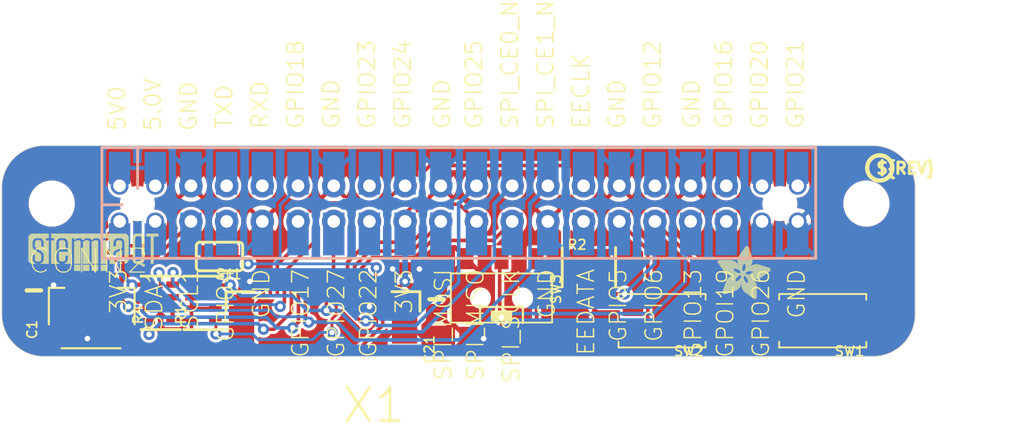
<source format=kicad_pcb>
(kicad_pcb (version 20221018) (generator pcbnew)
  (layers (0 "F.Cu" signal) (31 "B.Cu" signal) (34 "B.Paste" user) (35 "F.Paste" user) (36 "B.SilkS" user "B.Silkscreen") (37 "F.SilkS" user "F.Silkscreen") (38 "B.Mask" user) (39 "F.Mask" user) (44 "Edge.Cuts" user))
  (net 0 "")
  (net 1 "GND")
  (net 2 "3.3V")
  (net 3 "BUSY")
  (net 4 "RESET")
  (net 5 "MOSI")
  (net 6 "SCLK")
  (net 7 "5.0V")
  (net 8 "SCL")
  (net 9 "SDA")
  (net 10 "GPIO5")
  (net 11 "GPIO6")
  (net 12 "MISO")
  (net 13 "TFT_DC")
  (net 14 "TFT_CS")
  (net 15 "IRQ")
  (net 16 "TOUCH_CS")
  (net 17 "BACKLITE")
  (net 18 "N$3")
  (net 19 "GPIO13")
  (net 20 "N$1")
  (footprint "working:PCBFEAT-REV-040" (layer "F.Cu") (at 178.4851 99.0876)
    (fp_text reference "U$9" hide)
    (fp_text value "" hide)
  )
  (footprint "working:RESPACK_4X0603" (layer "F.Cu") (at 127.3041 108.6936 90)
    (fp_text reference "R4")
    (fp_text value "10K Pack")
  )
  (footprint "" (layer "F.Cu") (at 119.5571 101.6276)
    (fp_text reference "@HOLE0" hide)
    (fp_text value "")
  )
  (footprint "working:RESPACK_4X0603" (layer "F.Cu") (at 130.3521 108.6936 90)
    (fp_text reference "R1")
    (fp_text value "10K Pack")
  )
  (footprint "working:PLABEL0" (layer "F.Cu") (at 162.3561 107.6776)
    (fp_text reference "PLABEL0" hide)
    (fp_text value "" hide)
  )
  (footprint "working:EYE_SPI_DISPLAY_BOTCONTACT" (layer "F.Cu") (at 138.8611 108.6936)
    (fp_text reference "X1")
    (fp_text value "EYE_SPI_DISPLAY_FLIP")
  )
  (footprint "working:JST_SH4" (layer "F.Cu") (at 122.3511 109.3286)
    (fp_text reference "CONN2")
    (fp_text value "STEMMA_I2C_QT" hide)
  )
  (footprint "working:FIDUCIAL_1MM" (layer "F.Cu") (at 117.5251 110.8526)
    (fp_text reference "FID4" hide)
    (fp_text value "FIDUCIAL_1MM" hide)
  )
  (footprint "working:TACTILE_3X6MM" (layer "F.Cu") (at 174.4211 109.9636 180)
    (fp_text reference "SW1")
    (fp_text value "SWITCH_SPST_NOMNT_3X6")
  )
  (footprint "working:PLABEL3" (layer "F.Cu") (at 134.1621 106.5346)
    (fp_text reference "PLABEL3" hide)
    (fp_text value "" hide)
  )
  (footprint "" (layer "F.Cu") (at 177.5326 101.6276)
    (fp_text reference "@HOLE1" hide)
    (fp_text value "")
  )
  (footprint "working:RESPACK_4X0603" (layer "F.Cu") (at 157.7841 106.1536)
    (fp_text reference "R2")
    (fp_text value "10K Pack")
  )
  (footprint "working:PLABEL2" (layer "F.Cu") (at 154.8631 111.8686)
    (fp_text reference "PLABEL2" hide)
    (fp_text value "" hide)
  )
  (footprint "working:PLABEL1" (layer "F.Cu") (at 174.0401 107.6776)
    (fp_text reference "PLABEL1" hide)
    (fp_text value "" hide)
  )
  (footprint "working:PLABEL4" (layer "F.Cu") (at 129.5901 106.4076 90)
    (fp_text reference "PLABEL4" hide)
    (fp_text value "" hide)
  )
  (footprint "working:EG1390" (layer "F.Cu") (at 151.5611 108.3456 180)
    (fp_text reference "SW3")
    (fp_text value "SLIDE")
  )
  (footprint "working:SOLDERJUMPER_CLOSEDWIRE" (layer "F.Cu") (at 131.4951 105.3916 180)
    (fp_text reference "SJ1")
    (fp_text value "")
  )
  (footprint "working:RASPI_2X20_THMSMT" (layer "F.Cu") (at 148.5131 101.6276)
    (fp_text reference "RPI2" hide)
    (fp_text value "RASPBERRYPI_BPLUS_2X20_THMSMT" hide)
  )
  (footprint "working:TACTILE_3X6MM" (layer "F.Cu") (at 162.9911 109.9636 180)
    (fp_text reference "SW2")
    (fp_text value "SWITCH_SPST_NOMNT_3X6")
  )
  (footprint "working:ADAFRUIT_3.5MM" (layer "F.Cu") (at 166.9281 108.4396)
    (fp_text reference "U$24" hide)
    (fp_text value "" hide)
  )
  (footprint "working:0805-NO" (layer "F.Cu") (at 118.2871 107.8046 -90)
    (fp_text reference "C1")
    (fp_text value "10uF")
  )
  (footprint "working:FIDUCIAL_1MM" (layer "F.Cu") (at 175.1831 100.8656)
    (fp_text reference "FID1" hide)
    (fp_text value "FIDUCIAL_1MM" hide)
  )
  (footprint "working:STEMMAQT" (layer "F.Cu") (at 117.9061 106.4076)
    (fp_text reference "U$30" hide)
    (fp_text value "" hide)
  )
  (footprint "working:0805-NO" (layer "F.Cu") (at 146.9431 108.4396 -90)
    (fp_text reference "C21")
    (fp_text value "10uF")
  )
  (footprint "working:PLABEL6" (layer "B.Cu") (at 180.0091 111.6146 180)
    (fp_text reference "PLABEL6" hide)
    (fp_text value "" hide)
  )
  (footprint "working:PLABEL5" (layer "B.Cu") (at 180.5171 107.5506 180)
    (fp_text reference "PLABEL5" hide)
    (fp_text value "" hide)
  )
  (gr_arc (start 116.0011 100.5036) (mid 116.87978 98.38228) (end 119.0011 97.5036) (stroke (width 0.05)) (layer "Edge.Cuts"))
  (gr_arc (start 181.0011 109.5036) (mid 180.12242 111.62492) (end 178.0011 112.5036) (stroke (width 0.05)) (layer "Edge.Cuts"))
  (gr_line (start 178.0011 97.5036) (end 119.0011 97.5036) (stroke (width 0.05)) (layer "Edge.Cuts"))
  (gr_line (start 181.0011 109.5036) (end 181.0011 100.5036) (stroke (width 0.05)) (layer "Edge.Cuts"))
  (gr_line (start 116.0011 100.5036) (end 116.0011 109.5036) (stroke (width 0.05)) (layer "Edge.Cuts"))
  (gr_arc (start 178.0011 97.5036) (mid 180.12242 98.38228) (end 181.0011 100.5036) (stroke (width 0.05)) (layer "Edge.Cuts"))
  (gr_line (start 119.0011 112.5036) (end 178.0011 112.5036) (stroke (width 0.05)) (layer "Edge.Cuts"))
  (gr_arc (start 119.0011 112.5036) (mid 116.87978 111.62492) (end 116.0011 109.5036) (stroke (width 0.05)) (layer "Edge.Cuts"))
  (via (at 145.7191 106.2806) (size 0.8001) (drill 0.3937) (layers "F.Cu" "B.Cu") (net 1))
  (via (at 143.8141 106.2806) (size 0.8001) (drill 0.3937) (layers "F.Cu" "B.Cu") (net 1))
  (via (at 150.2911 111.2336) (size 0.8001) (drill 0.3937) (layers "F.Cu" "B.Cu") (net 1))
  (via (at 119.6841 107.4236) (size 0.8001) (drill 0.3937) (layers "F.Cu" "B.Cu") (net 1))
  (via (at 133.6541 107.1696) (size 0.8001) (drill 0.3937) (layers "F.Cu" "B.Cu") (net 1))
  (via (at 142.1631 108.9476) (size 0.8001) (drill 0.3937) (layers "F.Cu" "B.Cu") (net 1))
  (via (at 122.0971 111.2336) (size 0.8001) (drill 0.3937) (layers "F.Cu" "B.Cu") (net 1))
  (segment (start 159.9427 99.4702) (end 159.9431 99.4706) (width 0.3048) (layer "B.Cu") (net 1))
  (segment (start 129.4631 99.4706) (end 129.4631 100.3576) (width 0.3048) (layer "B.Cu") (net 1))
  (segment (start 165.0227 99.4702) (end 165.0231 99.4706) (width 0.3048) (layer "B.Cu") (net 1))
  (segment (start 139.6231 99.4706) (end 139.6231 100.3576) (width 0.3048) (layer "B.Cu") (net 1))
  (segment (start 165.0231 99.4706) (end 165.0231 100.3576) (width 0.3048) (layer "B.Cu") (net 1))
  (segment (start 134.5427 102.898) (end 134.5431 102.8976) (width 0.3048) (layer "B.Cu") (net 1))
  (segment (start 154.8627 103.7882) (end 154.8627 102.898) (width 0.3048) (layer "B.Cu") (net 1))
  (segment (start 172.6427 102.898) (end 172.6431 102.8976) (width 0.3048) (layer "B.Cu") (net 1))
  (segment (start 172.6427 104.1692) (end 172.6427 102.898) (width 0.3048) (layer "B.Cu") (net 1))
  (segment (start 147.2427 99.4702) (end 147.2431 99.4706) (width 0.3048) (layer "B.Cu") (net 1))
  (segment (start 129.4627 99.4702) (end 129.4631 99.4706) (width 0.3048) (layer "B.Cu") (net 1))
  (segment (start 147.2431 99.4706) (end 147.2431 100.3576) (width 0.3048) (layer "B.Cu") (net 1))
  (segment (start 139.6227 99.4702) (end 139.6231 99.4706) (width 0.3048) (layer "B.Cu") (net 1))
  (segment (start 159.9431 99.4706) (end 159.9431 100.3576) (width 0.3048) (layer "B.Cu") (net 1))
  (segment (start 154.8627 102.898) (end 154.8631 102.8976) (width 0.3048) (layer "B.Cu") (net 1))
  (segment (start 134.5427 103.7882) (end 134.5427 102.898) (width 0.3048) (layer "B.Cu") (net 1))
  (segment (start 129.6101 109.0936) (end 129.5021 109.2016) (width 0.254) (layer "F.Cu") (net 2))
  (segment (start 129.5021 109.2016) (end 129.5021 109.9936) (width 0.254) (layer "F.Cu") (net 2))
  (segment (start 141.4011 111.9956) (end 130.6061 111.9956) (width 0.254) (layer "F.Cu") (net 2))
  (segment (start 146.4811 98.9146) (end 155.8791 98.9146) (width 0.254) (layer "F.Cu") (net 2))
  (segment (start 143.1111 110.2856) (end 141.4011 111.9956) (width 0.254) (layer "F.Cu") (net 2))
  (segment (start 143.1111 107.5396) (end 143.1111 110.2856) (width 0.254) (layer "F.Cu") (net 2))
  (segment (start 129.5021 108.2936) (end 129.5021 109.0936) (width 0.254) (layer "F.Cu") (net 2))
  (segment (start 146.9431 107.4896) (end 145.0231 107.4896) (width 0.4064) (layer "F.Cu") (net 2))
  (segment (start 129.5021 109.0936) (end 129.5021 109.2016) (width 0.254) (layer "F.Cu") (net 2))
  (segment (start 145.9731 101.0736) (end 145.9731 99.4226) (width 0.254) (layer "F.Cu") (net 2))
  (segment (start 131.2021 109.0936) (end 129.6101 109.0936) (width 0.254) (layer "F.Cu") (net 2))
  (segment (start 143.1111 107.5396) (end 144.3331 107.5396) (width 0.254) (layer "F.Cu") (net 2))
  (segment (start 126.6735 108.513) (end 127.051393 108.513) (width 0.3048) (layer "F.Cu") (net 2))
  (segment (start 127.631993 109.0936) (end 128.1541 109.0936) (width 0.3048) (layer "F.Cu") (net 2))
  (segment (start 145.9731 99.4226) (end 146.4811 98.9146) (width 0.254) (layer "F.Cu") (net 2))
  (segment (start 126.4541 108.2936) (end 126.6735 108.513) (width 0.3048) (layer "F.Cu") (net 2))
  (segment (start 144.3331 107.5396) (end 144.7031 107.1696) (width 0.254) (layer "F.Cu") (net 2))
  (segment (start 129.5021 107.3936) (end 129.5021 108.2936) (width 0.3048) (layer "F.Cu") (net 2))
  (segment (start 124.3831 103.1056) (end 121.8511 105.6376) (width 0.4064) (layer "F.Cu") (net 2))
  (segment (start 156.4841 105.3036) (end 157.3841 105.3036) (width 0.254) (layer "F.Cu") (net 2))
  (segment (start 156.1331 104.9526) (end 156.4841 105.3036) (width 0.254) (layer "F.Cu") (net 2))
  (segment (start 128.1541 109.9936) (end 129.5021 109.9936) (width 0.3048) (layer "F.Cu") (net 2))
  (segment (start 155.8791 98.9146) (end 156.1331 99.1686) (width 0.254) (layer "F.Cu") (net 2))
  (segment (start 121.8511 105.6376) (end 121.8511 107.3226) (width 0.4064) (layer "F.Cu") (net 2))
  (segment (start 127.051393 108.513) (end 127.631993 109.0936) (width 0.3048) (layer "F.Cu") (net 2))
  (segment (start 156.1331 99.1686) (end 156.1331 104.9526) (width 0.254) (layer "F.Cu") (net 2))
  (segment (start 118.2871 108.7546) (end 121.5281 108.7546) (width 0.3048) (layer "F.Cu") (net 2))
  (segment (start 126.4541 107.3936) (end 125.3021 107.3936) (width 0.3048) (layer "F.Cu") (net 2))
  (segment (start 121.8511 108.4316) (end 121.8511 107.3226) (width 0.3048) (layer "F.Cu") (net 2))
  (segment (start 128.1541 109.0936) (end 128.1541 109.9936) (width 0.3048) (layer "F.Cu") (net 2))
  (segment (start 124.3831 102.8976) (end 124.3831 103.1056) (width 0.4064) (layer "F.Cu") (net 2))
  (segment (start 125.3021 107.3936) (end 125.2721 107.4236) (width 0.3048) (layer "F.Cu") (net 2))
  (segment (start 126.4541 107.3936) (end 126.4541 108.2936) (width 0.3048) (layer "F.Cu") (net 2))
  (segment (start 145.0231 107.4896) (end 144.7031 107.1696) (width 0.4064) (layer "F.Cu") (net 2))
  (segment (start 144.7031 102.3436) (end 145.9731 101.0736) (width 0.254) (layer "F.Cu") (net 2))
  (segment (start 121.5281 108.7546) (end 121.8511 108.4316) (width 0.3048) (layer "F.Cu") (net 2))
  (segment (start 157.3841 105.3036) (end 158.1841 105.3036) (width 0.254) (layer "F.Cu") (net 2))
  (segment (start 129.5021 110.8916) (end 129.5021 109.9936) (width 0.254) (layer "F.Cu") (net 2))
  (segment (start 144.7031 102.8976) (end 144.7031 102.3436) (width 0.254) (layer "F.Cu") (net 2))
  (segment (start 130.6061 111.9956) (end 129.5021 110.8916) (width 0.254) (layer "F.Cu") (net 2))
  (via (at 125.2721 107.4236) (size 0.8001) (drill 0.3937) (layers "F.Cu" "B.Cu") (net 2))
  (via (at 144.7031 107.1696) (size 0.8001) (drill 0.3937) (layers "F.Cu" "B.Cu") (net 2))
  (segment (start 125.2721 107.4236) (end 124.3827 106.5342) (width 0.3048) (layer "B.Cu") (net 2))
  (segment (start 144.7027 103.7882) (end 144.7027 107.1692) (width 0.4064) (layer "B.Cu") (net 2))
  (segment (start 124.3827 102.898) (end 124.3831 102.8976) (width 0.4064) (layer "B.Cu") (net 2))
  (segment (start 144.7027 107.1692) (end 144.7031 107.1696) (width 0.4064) (layer "B.Cu") (net 2))
  (segment (start 124.3827 104.1692) (end 124.3827 102.898) (width 0.4064) (layer "B.Cu") (net 2))
  (segment (start 144.7027 102.898) (end 144.7031 102.8976) (width 0.3048) (layer "B.Cu") (net 2))
  (segment (start 124.3827 106.5342) (end 124.3827 104.1692) (width 0.3048) (layer "B.Cu") (net 2))
  (segment (start 144.7027 103.7882) (end 144.7027 102.898) (width 0.3048) (layer "B.Cu") (net 2))
  (segment (start 137.0831 104.5026) (end 137.0831 102.8976) (width 0.254) (layer "F.Cu") (net 3))
  (segment (start 135.6111 105.9746) (end 137.0831 104.5026) (width 0.254) (layer "F.Cu") (net 3))
  (segment (start 135.6111 107.5396) (end 135.6111 105.9746) (width 0.254) (layer "F.Cu") (net 3))
  (segment (start 137.0827 103.7882) (end 137.0827 102.898) (width 0.3048) (layer "B.Cu") (net 3))
  (segment (start 137.0827 102.898) (end 137.0831 102.8976) (width 0.3048) (layer "B.Cu") (net 3))
  (segment (start 139.6111 108.744163) (end 139.6111 107.5396) (width 0.2032) (layer "F.Cu") (net 4))
  (segment (start 139.6111 107.5396) (end 139.6111 102.9096) (width 0.254) (layer "F.Cu") (net 4))
  (segment (start 131.2021 109.9936) (end 131.2411 110.0326) (width 0.2032) (layer "F.Cu") (net 4))
  (segment (start 131.2411 110.0326) (end 131.2411 110.903832) (width 0.2032) (layer "F.Cu") (net 4))
  (segment (start 139.6111 102.9096) (end 139.6231 102.8976) (width 0.254) (layer "F.Cu") (net 4))
  (segment (start 139.4961 110.790969) (end 139.4961 109.837538) (width 0.2032) (layer "F.Cu") (net 4))
  (segment (start 139.808325 109.525313) (end 139.808325 108.941388) (width 0.2032) (layer "F.Cu") (net 4))
  (segment (start 139.4961 109.837538) (end 139.808325 109.525313) (width 0.2032) (layer "F.Cu") (net 4))
  (segment (start 139.808325 108.941388) (end 139.6111 108.744163) (width 0.2032) (layer "F.Cu") (net 4))
  (via (at 131.2411 110.903832) (size 0.8001) (drill 0.3937) (layers "F.Cu" "B.Cu") (net 4))
  (via (at 139.4961 110.790969) (size 0.8001) (drill 0.3937) (layers "F.Cu" "B.Cu") (net 4))
  (segment (start 138.15625 111.30345) (end 138.668731 110.790969) (width 0.2032) (layer "B.Cu") (net 4))
  (segment (start 139.6227 105.138) (end 139.6227 103.7882) (width 0.254) (layer "B.Cu") (net 4))
  (segment (start 139.6227 102.898) (end 139.6231 102.8976) (width 0.3048) (layer "B.Cu") (net 4))
  (segment (start 133.839037 110.903832) (end 134.238656 111.30345) (width 0.2032) (layer "B.Cu") (net 4))
  (segment (start 134.238656 111.30345) (end 138.15625 111.30345) (width 0.2032) (layer "B.Cu") (net 4))
  (segment (start 131.2411 110.903832) (end 133.839037 110.903832) (width 0.2032) (layer "B.Cu") (net 4))
  (segment (start 138.668731 110.790969) (end 139.4961 110.790969) (width 0.2032) (layer "B.Cu") (net 4))
  (segment (start 139.6227 103.7882) (end 139.6227 102.898) (width 0.3048) (layer "B.Cu") (net 4))
  (segment (start 141.1111 106.0626) (end 142.1631 105.0106) (width 0.254) (layer "F.Cu") (net 5))
  (segment (start 145.2111 105.0106) (end 147.2431 102.9786) (width 0.254) (layer "F.Cu") (net 5))
  (segment (start 141.1111 107.5396) (end 141.1111 106.0626) (width 0.254) (layer "F.Cu") (net 5))
  (segment (start 142.1631 105.0106) (end 145.2111 105.0106) (width 0.254) (layer "F.Cu") (net 5))
  (segment (start 147.2431 102.9786) (end 147.2431 102.8976) (width 0.254) (layer "F.Cu") (net 5))
  (segment (start 147.2427 102.898) (end 147.2431 102.8976) (width 0.3048) (layer "B.Cu") (net 5))
  (segment (start 147.2427 103.7882) (end 147.2427 102.898) (width 0.3048) (layer "B.Cu") (net 5))
  (segment (start 142.352481 105.4678) (end 145.400481 105.4678) (width 0.254) (layer "F.Cu") (net 6))
  (segment (start 141.6111 107.5396) (end 141.6111 106.209182) (width 0.254) (layer "F.Cu") (net 6))
  (segment (start 141.6111 106.209182) (end 142.352481 105.4678) (width 0.254) (layer "F.Cu") (net 6))
  (segment (start 146.619681 104.2486) (end 150.9721 104.2486) (width 0.254) (layer "F.Cu") (net 6))
  (segment (start 150.9721 104.2486) (end 152.3231 102.8976) (width 0.254) (layer "F.Cu") (net 6))
  (segment (start 145.400481 105.4678) (end 146.619681 104.2486) (width 0.254) (layer "F.Cu") (net 6))
  (segment (start 152.3227 103.7882) (end 152.3227 102.898) (width 0.3048) (layer "B.Cu") (net 6))
  (segment (start 152.3227 102.898) (end 152.3231 102.8976) (width 0.3048) (layer "B.Cu") (net 6))
  (segment (start 126.9227 99.0892) (end 126.9231 99.0896) (width 0.3048) (layer "B.Cu") (net 7))
  (segment (start 124.3831 99.0896) (end 124.3831 100.3576) (width 0.3048) (layer "B.Cu") (net 7))
  (segment (start 126.9227 99.0892) (end 124.3827 99.0892) (width 0.3048) (layer "B.Cu") (net 7))
  (segment (start 126.9231 99.0896) (end 126.9231 100.3576) (width 0.3048) (layer "B.Cu") (net 7))
  (segment (start 124.3827 99.0892) (end 124.3831 99.0896) (width 0.3048) (layer "B.Cu") (net 7))
  (segment (start 123.8511 105.9236) (end 123.8511 107.3226) (width 0.254) (layer "F.Cu") (net 8))
  (segment (start 137.1111 110.06685) (end 136.70635 110.4716) (width 0.254) (layer "F.Cu") (net 8))
  (segment (start 137.1111 107.5396) (end 137.1111 110.06685) (width 0.254) (layer "F.Cu") (net 8))
  (segment (start 129.4631 102.9786) (end 127.0501 105.3916) (width 0.254) (layer "F.Cu") (net 8))
  (segment (start 125.0181 108.9476) (end 125.1641 109.0936) (width 0.254) (layer "F.Cu") (net 8))
  (segment (start 124.3831 105.3916) (end 123.8511 105.9236) (width 0.254) (layer "F.Cu") (net 8))
  (segment (start 125.1641 109.0936) (end 126.4541 109.0936) (width 0.254) (layer "F.Cu") (net 8))
  (segment (start 123.8511 107.3226) (end 123.8511 107.7806) (width 0.254) (layer "F.Cu") (net 8))
  (segment (start 123.8511 107.7806) (end 125.0181 108.9476) (width 0.254) (layer "F.Cu") (net 8))
  (segment (start 127.0501 105.3916) (end 124.3831 105.3916) (width 0.254) (layer "F.Cu") (net 8))
  (segment (start 129.4631 102.8976) (end 129.4631 102.9786) (width 0.254) (layer "F.Cu") (net 8))
  (via (at 125.0181 108.9476) (size 0.8001) (drill 0.3937) (layers "F.Cu" "B.Cu") (net 8))
  (via (at 136.70635 110.4716) (size 0.8001) (drill 0.3937) (layers "F.Cu" "B.Cu") (net 8))
  (segment (start 135.56335 110.4716) (end 134.80135 109.7096) (width 0.254) (layer "B.Cu") (net 8))
  (segment (start 136.70635 110.4716) (end 135.56335 110.4716) (width 0.254) (layer "B.Cu") (net 8))
  (segment (start 134.80135 109.7096) (end 126.4151 109.7096) (width 0.254) (layer "B.Cu") (net 8))
  (segment (start 129.4627 102.898) (end 129.4631 102.8976) (width 0.4064) (layer "B.Cu") (net 8))
  (segment (start 125.6531 108.9476) (end 125.0181 108.9476) (width 0.254) (layer "B.Cu") (net 8))
  (segment (start 129.4627 103.7882) (end 129.4627 102.898) (width 0.4064) (layer "B.Cu") (net 8))
  (segment (start 126.4151 109.7096) (end 125.6531 108.9476) (width 0.254) (layer "B.Cu") (net 8))
  (segment (start 124.0021 104.6296) (end 126.1611 104.6296) (width 0.254) (layer "F.Cu") (net 9))
  (segment (start 122.8511 107.3226) (end 122.8511 105.7806) (width 0.254) (layer "F.Cu") (net 9))
  (segment (start 122.8511 107.3226) (end 122.8511 108.8126) (width 0.254) (layer "F.Cu") (net 9))
  (segment (start 124.0309 109.9924) (end 125.887875 109.9924) (width 0.254) (layer "F.Cu") (net 9))
  (segment (start 126.4541 109.9936) (end 126.4541 110.908332) (width 0.254) (layer "F.Cu") (net 9))
  (segment (start 135.37285 110.56685) (end 136.6111 109.3286) (width 0.254) (layer "F.Cu") (net 9))
  (segment (start 136.6111 109.3286) (end 136.6111 107.5396) (width 0.254) (layer "F.Cu") (net 9))
  (segment (start 126.1611 104.6296) (end 126.9231 103.8676) (width 0.254) (layer "F.Cu") (net 9))
  (segment (start 126.4541 110.908332) (end 126.48135 110.935582) (width 0.254) (layer "F.Cu") (net 9))
  (segment (start 122.8511 108.8126) (end 124.0309 109.9924) (width 0.254) (layer "F.Cu") (net 9))
  (segment (start 125.887875 109.9924) (end 125.889075 109.9936) (width 0.254) (layer "F.Cu") (net 9))
  (segment (start 126.9231 103.8676) (end 126.9231 102.8976) (width 0.254) (layer "F.Cu") (net 9))
  (segment (start 125.889075 109.9936) (end 126.4541 109.9936) (width 0.254) (layer "F.Cu") (net 9))
  (segment (start 134.625868 110.56685) (end 135.37285 110.56685) (width 0.254) (layer "F.Cu") (net 9))
  (segment (start 122.8511 105.7806) (end 124.0021 104.6296) (width 0.254) (layer "F.Cu") (net 9))
  (via (at 134.625868 110.56685) (size 0.8001) (drill 0.3937) (layers "F.Cu" "B.Cu") (net 9))
  (via (at 126.48135 110.935582) (size 0.8001) (drill 0.3937) (layers "F.Cu" "B.Cu") (net 9))
  (segment (start 126.9227 102.898) (end 126.9231 102.8976) (width 0.4064) (layer "B.Cu") (net 9))
  (segment (start 126.9227 104.1692) (end 126.9227 102.898) (width 0.4064) (layer "B.Cu") (net 9))
  (segment (start 134.625868 110.56685) (end 134.2326 110.173582) (width 0.254) (layer "B.Cu") (net 9))
  (segment (start 126.48135 110.935582) (end 127.24335 110.173582) (width 0.254) (layer "B.Cu") (net 9))
  (segment (start 134.2326 110.173582) (end 127.24335 110.173582) (width 0.254) (layer "B.Cu") (net 9))
  (segment (start 161.9751 104.9296) (end 159.9431 102.8976) (width 0.254) (layer "F.Cu") (net 10))
  (segment (start 157.3841 108.3566) (end 158.9911 109.9636) (width 0.254) (layer "F.Cu") (net 10))
  (segment (start 158.9911 109.9636) (end 161.9751 109.9636) (width 0.254) (layer "F.Cu") (net 10))
  (segment (start 157.3841 107.0036) (end 157.3841 108.3566) (width 0.254) (layer "F.Cu") (net 10))
  (segment (start 161.9751 104.9296) (end 161.9751 109.9636) (width 0.254) (layer "F.Cu") (net 10))
  (segment (start 159.9427 103.7882) (end 159.9427 102.898) (width 0.3048) (layer "B.Cu") (net 10))
  (segment (start 159.9427 102.898) (end 159.9431 102.8976) (width 0.3048) (layer "B.Cu") (net 10))
  (segment (start 169.5491 109.9636) (end 162.4831 102.8976) (width 0.254) (layer "F.Cu") (net 11))
  (segment (start 158.5461 108.0586) (end 160.3241 108.0586) (width 0.254) (layer "F.Cu") (net 11))
  (segment (start 158.1841 107.0036) (end 158.1841 107.6966) (width 0.254) (layer "F.Cu") (net 11))
  (segment (start 158.1841 107.6966) (end 158.5461 108.0586) (width 0.254) (layer "F.Cu") (net 11))
  (segment (start 170.4211 109.9636) (end 169.5491 109.9636) (width 0.254) (layer "F.Cu") (net 11))
  (via (at 160.3241 108.0586) (size 0.8001) (drill 0.3937) (layers "F.Cu" "B.Cu") (net 11))
  (segment (start 162.4827 103.7882) (end 162.4827 102.898) (width 0.3048) (layer "B.Cu") (net 11))
  (segment (start 162.4827 105.9) (end 162.4827 103.7882) (width 0.254) (layer "B.Cu") (net 11))
  (segment (start 160.3241 108.0586) (end 162.4827 105.9) (width 0.254) (layer "B.Cu") (net 11))
  (segment (start 162.4827 102.898) (end 162.4831 102.8976) (width 0.3048) (layer "B.Cu") (net 11))
  (segment (start 142.0361 104.3756) (end 145.199518 104.3756) (width 0.254) (layer "F.Cu") (net 12))
  (segment (start 145.199518 104.3756) (end 145.9731 103.602019) (width 0.254) (layer "F.Cu") (net 12))
  (segment (start 140.6111 107.5396) (end 140.6111 105.8006) (width 0.254) (layer "F.Cu") (net 12))
  (segment (start 140.6111 105.8006) (end 142.0361 104.3756) (width 0.254) (layer "F.Cu") (net 12))
  (segment (start 146.5216 101.6681) (end 148.5536 101.6681) (width 0.254) (layer "F.Cu") (net 12))
  (segment (start 145.9731 103.602019) (end 145.9731 102.2166) (width 0.254) (layer "F.Cu") (net 12))
  (segment (start 148.5536 101.6681) (end 149.7831 102.8976) (width 0.254) (layer "F.Cu") (net 12))
  (segment (start 145.9731 102.2166) (end 146.5216 101.6681) (width 0.254) (layer "F.Cu") (net 12))
  (segment (start 149.7827 102.898) (end 149.7831 102.8976) (width 0.3048) (layer "B.Cu") (net 12))
  (segment (start 149.7827 103.7882) (end 149.7827 102.898) (width 0.3048) (layer "B.Cu") (net 12))
  (segment (start 141.514778 109.976922) (end 140.1111 108.573244) (width 0.254) (layer "F.Cu") (net 13))
  (segment (start 141.514778 109.976922) (end 141.895778 109.976922) (width 0.254) (layer "F.Cu") (net 13))
  (segment (start 140.1111 107.5396) (end 140.1111 108.573244) (width 0.254) (layer "F.Cu") (net 13))
  (via (at 141.895778 109.976922) (size 0.8001) (drill 0.3937) (layers "F.Cu" "B.Cu") (net 13))
  (segment (start 148.5131 101.6276) (end 149.7831 100.3576) (width 0.3048) (layer "B.Cu") (net 13))
  (segment (start 145.4651 110.30015) (end 148.5131 107.25215) (width 0.254) (layer "B.Cu") (net 13))
  (segment (start 141.895778 109.976922) (end 142.403778 109.976922) (width 0.254) (layer "B.Cu") (net 13))
  (segment (start 148.5131 107.25215) (end 148.5131 101.7086) (width 0.254) (layer "B.Cu") (net 13))
  (segment (start 142.727006 110.30015) (end 145.4651 110.30015) (width 0.254) (layer "B.Cu") (net 13))
  (segment (start 148.5131 101.7086) (end 148.5131 101.6276) (width 0.3048) (layer "B.Cu") (net 13))
  (segment (start 142.727006 110.30015) (end 142.403778 109.976922) (width 0.254) (layer "B.Cu") (net 13))
  (segment (start 149.7831 99.4706) (end 149.7831 100.3576) (width 0.3048) (layer "B.Cu") (net 13))
  (segment (start 149.7827 99.4702) (end 149.7831 99.4706) (width 0.3048) (layer "B.Cu") (net 13))
  (segment (start 132.2571 107.4236) (end 131.2321 107.4236) (width 0.254) (layer "F.Cu") (net 14))
  (segment (start 139.103475 109.23335) (end 139.103475 107.547225) (width 0.254) (layer "F.Cu") (net 14))
  (segment (start 139.103475 107.547225) (end 139.1111 107.5396) (width 0.254) (layer "F.Cu") (net 14))
  (segment (start 131.2021 107.3936) (end 131.2321 107.4236) (width 0.254) (layer "F.Cu") (net 14))
  (via (at 139.103475 109.23335) (size 0.8001) (drill 0.3937) (layers "F.Cu" "B.Cu") (net 14))
  (via (at 132.2571 107.4236) (size 0.8001) (drill 0.3937) (layers "F.Cu" "B.Cu") (net 14))
  (segment (start 137.74985 109.23335) (end 136.7021 108.1856) (width 0.254) (layer "B.Cu") (net 14))
  (segment (start 141.516475 110.75735) (end 139.992475 109.23335) (width 0.254) (layer "B.Cu") (net 14))
  (segment (start 145.94135 110.75735) (end 141.516475 110.75735) (width 0.254) (layer "B.Cu") (net 14))
  (segment (start 151.0531 102.0896) (end 151.0531 101.6276) (width 0.3048) (layer "B.Cu") (net 14))
  (segment (start 136.7021 108.1856) (end 133.0191 108.1856) (width 0.254) (layer "B.Cu") (net 14))
  (segment (start 151.0531 105.6456) (end 145.94135 110.75735) (width 0.254) (layer "B.Cu") (net 14))
  (segment (start 139.992475 109.23335) (end 139.103475 109.23335) (width 0.254) (layer "B.Cu") (net 14))
  (segment (start 152.3227 99.4702) (end 152.3231 99.4706) (width 0.3048) (layer "B.Cu") (net 14))
  (segment (start 139.103475 109.23335) (end 137.74985 109.23335) (width 0.254) (layer "B.Cu") (net 14))
  (segment (start 151.0531 101.6276) (end 152.3231 100.3576) (width 0.3048) (layer "B.Cu") (net 14))
  (segment (start 151.0531 105.6456) (end 151.0531 102.0896) (width 0.254) (layer "B.Cu") (net 14))
  (segment (start 133.0191 108.1856) (end 132.2571 107.4236) (width 0.254) (layer "B.Cu") (net 14))
  (segment (start 152.3231 99.4706) (end 152.3231 100.3576) (width 0.3048) (layer "B.Cu") (net 14))
  (segment (start 135.8131 108.9476) (end 136.1111 108.6496) (width 0.254) (layer "F.Cu") (net 15))
  (segment (start 136.1111 106.4906) (end 138.3531 104.2486) (width 0.254) (layer "F.Cu") (net 15))
  (segment (start 136.1111 107.5396) (end 136.1111 106.4906) (width 0.254) (layer "F.Cu") (net 15))
  (segment (start 138.3531 102.3436) (end 139.1151 101.5816) (width 0.254) (layer "F.Cu") (net 15))
  (segment (start 136.1111 108.6496) (end 136.1111 107.5396) (width 0.254) (layer "F.Cu") (net 15))
  (segment (start 128.1541 107.3936) (end 128.1541 106.5736) (width 0.254) (layer "F.Cu") (net 15))
  (segment (start 144.4491 100.3576) (end 144.7031 100.3576) (width 0.254) (layer "F.Cu") (net 15))
  (segment (start 138.3531 104.2486) (end 138.3531 102.3436) (width 0.254) (layer "F.Cu") (net 15))
  (segment (start 144.4491 100.3576) (end 143.2251 101.5816) (width 0.254) (layer "F.Cu") (net 15))
  (segment (start 128.1541 106.5736) (end 128.1931 106.5346) (width 0.254) (layer "F.Cu") (net 15))
  (segment (start 139.1151 101.5816) (end 143.2251 101.5816) (width 0.254) (layer "F.Cu") (net 15))
  (via (at 135.8131 108.9476) (size 0.8001) (drill 0.3937) (layers "F.Cu" "B.Cu") (net 15))
  (via (at 128.1931 106.5346) (size 0.8001) (drill 0.3937) (layers "F.Cu" "B.Cu") (net 15))
  (segment (start 129.7171 108.8206) (end 128.1931 107.2966) (width 0.2032) (layer "B.Cu") (net 15))
  (segment (start 135.8131 108.9476) (end 135.6861 108.8206) (width 0.254) (layer "B.Cu") (net 15))
  (segment (start 128.1931 106.5346) (end 128.1931 107.2966) (width 0.2032) (layer "B.Cu") (net 15))
  (segment (start 144.7027 99.4702) (end 144.7031 99.4706) (width 0.3048) (layer "B.Cu") (net 15))
  (segment (start 144.7031 99.4706) (end 144.7031 100.3576) (width 0.3048) (layer "B.Cu") (net 15))
  (segment (start 129.7171 108.8206) (end 135.6861 108.8206) (width 0.2032) (layer "B.Cu") (net 15))
  (segment (start 127.3041 108.0586) (end 127.3041 106.6489) (width 0.254) (layer "F.Cu") (net 16))
  (segment (start 137.84135 110.060719) (end 137.6111 109.830469) (width 0.254) (layer "F.Cu") (net 16))
  (segment (start 127.3041 106.6489) (end 127.1898 106.5346) (width 0.254) (layer "F.Cu") (net 16))
  (segment (start 127.5391 108.2936) (end 127.3041 108.0586) (width 0.254) (layer "F.Cu") (net 16))
  (segment (start 128.1541 108.2936) (end 127.5391 108.2936) (width 0.254) (layer "F.Cu") (net 16))
  (segment (start 137.6111 109.830469) (end 137.6111 107.5396) (width 0.254) (layer "F.Cu") (net 16))
  (via (at 137.84135 110.060719) (size 0.8001) (drill 0.3937) (layers "F.Cu" "B.Cu") (net 16))
  (via (at 127.1898 106.5346) (size 0.8001) (drill 0.3937) (layers "F.Cu" "B.Cu") (net 16))
  (segment (start 127.1898 107.0426) (end 129.3742 109.227) (width 0.2032) (layer "B.Cu") (net 16))
  (segment (start 153.5931 106.2806) (end 153.5931 101.8356) (width 0.254) (layer "B.Cu") (net 16))
  (segment (start 137.46035 109.679719) (end 137.84135 110.060719) (width 0.254) (layer "B.Cu") (net 16))
  (segment (start 154.8627 99.4702) (end 154.8631 99.4706) (width 0.3048) (layer "B.Cu") (net 16))
  (segment (start 154.8631 99.4706) (end 154.8631 100.3576) (width 0.3048) (layer "B.Cu") (net 16))
  (segment (start 153.5931 101.6276) (end 154.8631 100.3576) (width 0.3048) (layer "B.Cu") (net 16))
  (segment (start 135.529218 109.679719) (end 137.46035 109.679719) (width 0.2032) (layer "B.Cu") (net 16))
  (segment (start 129.3742 109.227) (end 135.0765 109.227) (width 0.2032) (layer "B.Cu") (net 16))
  (segment (start 141.14335 111.330719) (end 139.87335 110.060719) (width 0.254) (layer "B.Cu") (net 16))
  (segment (start 139.87335 110.060719) (end 137.84135 110.060719) (width 0.254) (layer "B.Cu") (net 16))
  (segment (start 127.1898 106.5346) (end 127.1898 107.0426) (width 0.254) (layer "B.Cu") (net 16))
  (segment (start 153.5931 101.8356) (end 153.5931 101.6276) (width 0.3048) (layer "B.Cu") (net 16))
  (segment (start 135.0765 109.227) (end 135.529218 109.679719) (width 0.2032) (layer "B.Cu") (net 16))
  (segment (start 153.5931 106.2806) (end 148.542981 111.330719) (width 0.254) (layer "B.Cu") (net 16))
  (segment (start 148.542981 111.330719) (end 141.14335 111.330719) (width 0.254) (layer "B.Cu") (net 16))
  (segment (start 132.2571 105.3916) (end 133.00325 105.3916) (width 0.2032) (layer "F.Cu") (net 17))
  (segment (start 142.6111 106.241913) (end 142.6111 107.5396) (width 0.2032) (layer "F.Cu") (net 17))
  (segment (start 133.00325 105.3916) (end 133.5271 105.91545) (width 0.2032) (layer "F.Cu") (net 17))
  (segment (start 142.654962 106.19805) (end 142.6111 106.241913) (width 0.2032) (layer "F.Cu") (net 17))
  (via (at 133.5271 105.91545) (size 0.8001) (drill 0.3937) (layers "F.Cu" "B.Cu") (net 17))
  (via (at 142.654962 106.19805) (size 0.8001) (drill 0.3937) (layers "F.Cu" "B.Cu") (net 17))
  (segment (start 137.0831 100.4386) (end 137.0831 100.3576) (width 0.2032) (layer "B.Cu") (net 17))
  (segment (start 135.8131 105.5186) (end 135.8131 101.7086) (width 0.2032) (layer "B.Cu") (net 17))
  (segment (start 135.41625 105.91545) (end 135.8131 105.5186) (width 0.2032) (layer "B.Cu") (net 17))
  (segment (start 137.0831 99.4706) (end 137.0831 100.3576) (width 0.2032) (layer "B.Cu") (net 17))
  (segment (start 137.0827 99.4702) (end 137.0831 99.4706) (width 0.2032) (layer "B.Cu") (net 17))
  (segment (start 135.41625 105.91545) (end 142.372362 105.91545) (width 0.2032) (layer "B.Cu") (net 17))
  (segment (start 135.8131 101.7086) (end 137.0831 100.4386) (width 0.2032) (layer "B.Cu") (net 17))
  (segment (start 142.372362 105.91545) (end 142.654962 106.19805) (width 0.2032) (layer "B.Cu") (net 17))
  (segment (start 133.5271 105.91545) (end 135.41625 105.91545) (width 0.2032) (layer "B.Cu") (net 17))
  (segment (start 156.4841 107.0036) (end 154.1001 107.0036) (width 0.254) (layer "F.Cu") (net 18))
  (segment (start 154.0611 105.5456) (end 154.0611 107.0426) (width 0.254) (layer "F.Cu") (net 18))
  (segment (start 154.1001 107.0036) (end 154.0611 107.0426) (width 0.254) (layer "F.Cu") (net 18))
  (segment (start 154.0611 107.0426) (end 154.0611 111.1456) (width 0.254) (layer "F.Cu") (net 18))
  (segment (start 151.5611 105.5456) (end 151.4341 105.6726) (width 0.254) (layer "F.Cu") (net 19))
  (segment (start 151.4341 105.6726) (end 151.4341 109.7096) (width 0.254) (layer "F.Cu") (net 19))
  (segment (start 151.5611 109.7096) (end 151.5611 111.1456) (width 0.254) (layer "F.Cu") (net 19))
  (segment (start 151.4341 109.7096) (end 151.5611 109.7096) (width 0.254) (layer "F.Cu") (net 19))
  (via (at 151.5611 109.7096) (size 0.8001) (drill 0.3937) (layers "F.Cu" "B.Cu") (net 19))
  (segment (start 164.6421 107.1696) (end 164.6421 104.1688) (width 0.254) (layer "B.Cu") (net 19))
  (segment (start 151.5611 109.7096) (end 151.5611 109.4556) (width 0.254) (layer "B.Cu") (net 19))
  (segment (start 164.6421 104.1688) (end 165.0227 103.7882) (width 0.254) (layer "B.Cu") (net 19))
  (segment (start 165.0227 103.7882) (end 165.0227 102.898) (width 0.3048) (layer "B.Cu") (net 19))
  (segment (start 165.0227 102.898) (end 165.0231 102.8976) (width 0.3048) (layer "B.Cu") (net 19))
  (segment (start 162.3561 109.4556) (end 164.6421 107.1696) (width 0.254) (layer "B.Cu") (net 19))
  (segment (start 162.3561 109.4556) (end 151.5611 109.4556) (width 0.254) (layer "B.Cu") (net 19))
  (segment (start 131.2021 108.2936) (end 130.7141 108.2936) (width 0.2032) (layer "F.Cu") (net 20))
  (segment (start 130.3521 105.7726) (end 130.7331 105.3916) (width 0.2032) (layer "F.Cu") (net 20))
  (segment (start 130.7141 108.2936) (end 130.3521 107.9316) (width 0.2032) (layer "F.Cu") (net 20))
  (segment (start 130.3521 107.9316) (end 130.3521 105.7726) (width 0.2032) (layer "F.Cu") (net 20))
  (zone (net 1) (net_name "GND") (layer "F.Cu") (priority 6) (connect_pads (clearance 0.000001)) (min_thickness 0.127) (fill yes (thermal_gap 0.304) (thermal_bridge_width 0.304))
    (polygon (pts (xy 181.1521 112.6306) (xy 115.8741 112.6306) (xy 115.8741 97.3906) (xy 181.1521 97.3906)))
  )
  (zone (net 1) (net_name "GND") (layer "B.Cu") (priority 6) (connect_pads (clearance 0.000001)) (min_thickness 0.127) (fill yes (thermal_gap 0.304) (thermal_bridge_width 0.304))
    (polygon (pts (xy 181.1521 112.6306) (xy 115.8741 112.6306) (xy 115.8741 97.3906) (xy 181.1521 97.3906)))
  )
)
</source>
